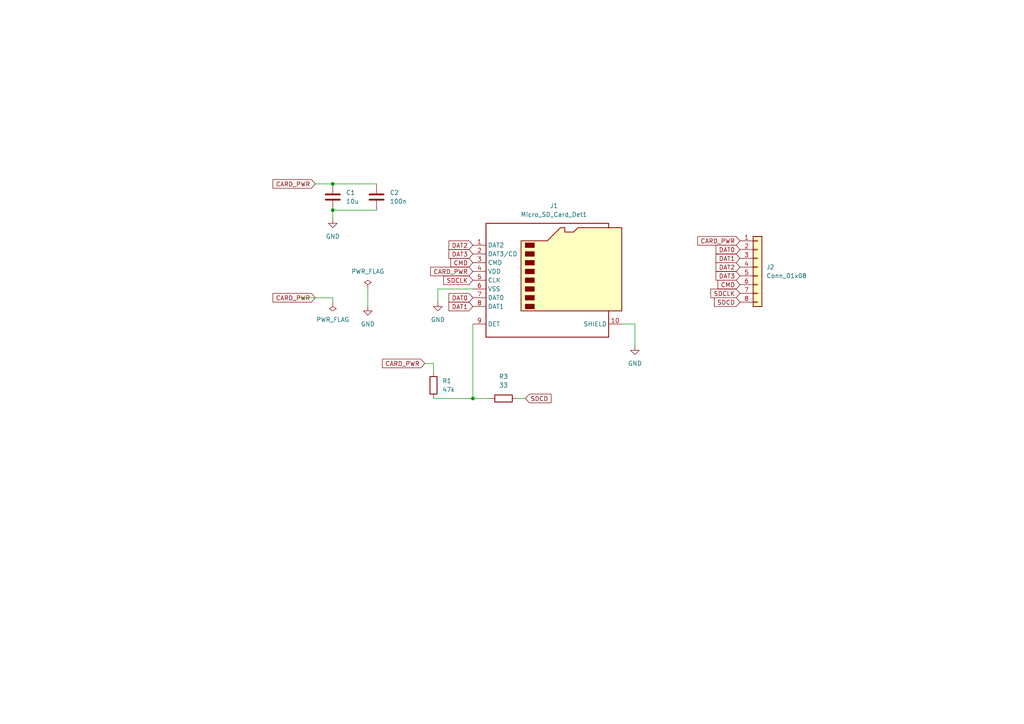
<source format=kicad_sch>
(kicad_sch (version 20231120) (generator "eeschema") (generator_version "8.0")
  (paper "A4")
  (lib_symbols
    (symbol "Connector:Micro_SD_Card_Det1"
      (property "Reference" "J" (at -16.51 17.78 0))
      (property "Value" "Micro_SD_Card_Det1" (at 16.51 17.78 0))
      (symbol "Micro_SD_Card_Det1_0_1"
        (rectangle (start -7.62 -6.985) (end -5.08 -8.255) (stroke (width 0.254)) (fill (type outline)))
        (rectangle (start -7.62 -4.445) (end -5.08 -5.715) (stroke (width 0.254)) (fill (type outline)))
        (rectangle (start -7.62 -1.905) (end -5.08 -3.175) (stroke (width 0.254)) (fill (type outline)))
        (rectangle (start -7.62 0.635) (end -5.08 -0.635) (stroke (width 0.254)) (fill (type outline)))
        (rectangle (start -7.62 3.175) (end -5.08 1.905) (stroke (width 0.254)) (fill (type outline)))
        (rectangle (start -7.62 5.715) (end -5.08 4.445) (stroke (width 0.254)) (fill (type outline)))
        (rectangle (start -7.62 8.255) (end -5.08 6.985) (stroke (width 0.254)) (fill (type outline)))
        (rectangle (start -7.62 10.795) (end -5.08 9.525) (stroke (width 0.254)) (fill (type outline)))
        (polyline (pts (xy 16.51 15.24) (xy 16.51 16.51) (xy -19.05 16.51) (xy -19.05 -16.51) (xy 16.51 -16.51) (xy 16.51 -8.89)) (stroke (width 0.254)))
        (polyline (pts (xy -8.89 -8.89) (xy -8.89 11.43) (xy -1.27 11.43) (xy 2.54 15.24) (xy 3.81 15.24) (xy 3.81 13.97) (xy 6.35 13.97) (xy 7.62 15.24) (xy 20.32 15.24) (xy 20.32 -8.89) (xy -8.89 -8.89)) (stroke (width 0.254)) (fill (type background)))
      )
      (symbol "Micro_SD_Card_Det1_1_1"
        (pin bidirectional line (at -22.86 10.16 0) (length 3.81) (name "DAT2") (number "1"))
        (pin passive line (at 20.32 -12.7 180) (length 3.81) (name "SHIELD") (number "10"))
        (pin bidirectional line (at -22.86 7.62 0) (length 3.81) (name "DAT3/CD") (number "2"))
        (pin input line (at -22.86 5.08 0) (length 3.81) (name "CMD") (number "3"))
        (pin power_in line (at -22.86 2.54 0) (length 3.81) (name "VDD") (number "4"))
        (pin input line (at -22.86 0 0) (length 3.81) (name "CLK") (number "5"))
        (pin power_in line (at -22.86 -2.54 0) (length 3.81) (name "VSS") (number "6"))
        (pin bidirectional line (at -22.86 -5.08 0) (length 3.81) (name "DAT0") (number "7"))
        (pin bidirectional line (at -22.86 -7.62 0) (length 3.81) (name "DAT1") (number "8"))
        (pin passive line (at -22.86 -12.7 0) (length 3.81) (name "DET") (number "9"))
      )
    )
    (symbol "Connector_Generic:Conn_01x08" (pin_names (offset 1.016) hide)
      (property "Reference" "J" (at 0 10.16 0))
      (property "Value" "Conn_01x08" (at 0 -12.7 0))
      (symbol "Conn_01x08_1_1"
        (rectangle (start -1.27 -10.033) (end 0 -10.287) (stroke (width 0.1524)))
        (rectangle (start -1.27 -7.493) (end 0 -7.747) (stroke (width 0.1524)))
        (rectangle (start -1.27 -4.953) (end 0 -5.207) (stroke (width 0.1524)))
        (rectangle (start -1.27 -2.413) (end 0 -2.667) (stroke (width 0.1524)))
        (rectangle (start -1.27 0.127) (end 0 -0.127) (stroke (width 0.1524)))
        (rectangle (start -1.27 2.667) (end 0 2.413) (stroke (width 0.1524)))
        (rectangle (start -1.27 5.207) (end 0 4.953) (stroke (width 0.1524)))
        (rectangle (start -1.27 7.747) (end 0 7.493) (stroke (width 0.1524)))
        (rectangle (start -1.27 8.89) (end 1.27 -11.43) (stroke (width 0.254)) (fill (type background)))
        (pin passive line (at -5.08 7.62 0) (length 3.81) (name "Pin_1") (number "1"))
        (pin passive line (at -5.08 5.08 0) (length 3.81) (name "Pin_2") (number "2"))
        (pin passive line (at -5.08 2.54 0) (length 3.81) (name "Pin_3") (number "3"))
        (pin passive line (at -5.08 0 0) (length 3.81) (name "Pin_4") (number "4"))
        (pin passive line (at -5.08 -2.54 0) (length 3.81) (name "Pin_5") (number "5"))
        (pin passive line (at -5.08 -5.08 0) (length 3.81) (name "Pin_6") (number "6"))
        (pin passive line (at -5.08 -7.62 0) (length 3.81) (name "Pin_7") (number "7"))
        (pin passive line (at -5.08 -10.16 0) (length 3.81) (name "Pin_8") (number "8"))
      )
    )
    (symbol "Device:C" (pin_numbers hide) (pin_names (offset 0.254))
      (property "Reference" "C" (at 0.635 2.54 0))
      (property "Value" "C" (at 0.635 -2.54 0))
      (symbol "C_0_1"
        (polyline (pts (xy -2.032 -0.762) (xy 2.032 -0.762)) (stroke (width 0.508)))
        (polyline (pts (xy -2.032 0.762) (xy 2.032 0.762)) (stroke (width 0.508)))
      )
      (symbol "C_1_1"
        (pin passive line (at 0 3.81 270) (length 2.794) (name "~") (number "1"))
        (pin passive line (at 0 -3.81 90) (length 2.794) (name "~") (number "2"))
      )
    )
    (symbol "Device:R" (pin_numbers hide) (pin_names (offset 0))
      (property "Reference" "R" (at 2.032 0 90))
      (property "Value" "R" (at 0 0 90))
      (symbol "R_0_1"
        (rectangle (start -1.016 -2.54) (end 1.016 2.54) (stroke (width 0.254)))
      )
      (symbol "R_1_1"
        (pin passive line (at 0 3.81 270) (length 1.27) (name "~") (number "1"))
        (pin passive line (at 0 -3.81 90) (length 1.27) (name "~") (number "2"))
      )
    )
    (symbol "power:GND" (power) (pin_numbers hide) (pin_names (offset 0) hide)
      (property "Value" "GND" (at 0 -3.81 0))
      (symbol "GND_0_1"
        (polyline (pts (xy 0 0) (xy 0 -1.27) (xy 1.27 -1.27) (xy 0 -2.54) (xy -1.27 -1.27) (xy 0 -1.27)))
      )
      (symbol "GND_1_1"
        (pin power_in line (at 0 0 270) (length 0) (name "~") (number "1"))
      )
    )
    (symbol "power:PWR_FLAG" (power) (pin_numbers hide) (pin_names (offset 0) hide)
      (property "Value" "PWR_FLAG" (at 0 3.81 0))
      (symbol "PWR_FLAG_0_0"
        (pin power_out line (at 0 0 90) (length 0) (name "~") (number "1"))
      )
      (symbol "PWR_FLAG_0_1"
        (polyline (pts (xy 0 0) (xy 0 1.27) (xy -1.016 1.905) (xy 0 2.54) (xy 1.016 1.905) (xy 0 1.27)))
      )
    )
  )
  (junction (at 96.52 60.96))
  (junction (at 96.52 53.34))
  (junction (at 137.16 115.57))
  (wire (pts (xy 137.16 115.57) (xy 142.24 115.57)))
  (wire (pts (xy 96.52 53.34) (xy 109.22 53.34)))
  (wire (pts (xy 106.68 83.82) (xy 106.68 88.9)))
  (wire (pts (xy 184.15 93.98) (xy 180.34 93.98)))
  (wire (pts (xy 125.73 115.57) (xy 137.16 115.57)))
  (wire (pts (xy 96.52 86.36) (xy 96.52 87.63)))
  (wire (pts (xy 123.19 105.41) (xy 125.73 105.41)))
  (wire (pts (xy 127 87.63) (xy 127 83.82)))
  (wire (pts (xy 127 83.82) (xy 137.16 83.82)))
  (wire (pts (xy 96.52 60.96) (xy 109.22 60.96)))
  (wire (pts (xy 86.36 86.36) (xy 96.52 86.36)))
  (wire (pts (xy 96.52 60.96) (xy 96.52 63.5)))
  (wire (pts (xy 125.73 105.41) (xy 125.73 107.95)))
  (wire (pts (xy 149.86 115.57) (xy 152.4 115.57)))
  (wire (pts (xy 137.16 115.57) (xy 137.16 93.98)))
  (wire (pts (xy 184.15 100.33) (xy 184.15 93.98)))
  (wire (pts (xy 91.44 53.34) (xy 96.52 53.34)))
  (global_label "DAT1" (shape input) (at 214.63 74.93 180) (property "Intersheetrefs" "${INTERSHEET_REFS}" (effects (hide yes))))
  (global_label "CARD_PWR" (shape input) (at 91.44 53.34 180) (property "Intersheetrefs" "${INTERSHEET_REFS}" (effects (hide yes))))
  (global_label "CARD_PWR" (shape input) (at 91.44 86.36 180) (property "Intersheetrefs" "${INTERSHEET_REFS}" (effects (hide yes))))
  (global_label "CMD" (shape input) (at 137.16 76.2 180) (property "Intersheetrefs" "${INTERSHEET_REFS}" (effects (hide yes))))
  (global_label "DAT2" (shape input) (at 137.16 71.12 180) (property "Intersheetrefs" "${INTERSHEET_REFS}" (effects (hide yes))))
  (global_label "CARD_PWR" (shape input) (at 214.63 69.85 180) (property "Intersheetrefs" "${INTERSHEET_REFS}" (effects (hide yes))))
  (global_label "SDCLK" (shape input) (at 137.16 81.28 180) (property "Intersheetrefs" "${INTERSHEET_REFS}" (effects (hide yes))))
  (global_label "SDCLK" (shape input) (at 214.63 85.09 180) (property "Intersheetrefs" "${INTERSHEET_REFS}" (effects (hide yes))))
  (global_label "CARD_PWR" (shape input) (at 123.19 105.41 180) (property "Intersheetrefs" "${INTERSHEET_REFS}" (effects (hide yes))))
  (global_label "DAT3" (shape input) (at 214.63 80.01 180) (property "Intersheetrefs" "${INTERSHEET_REFS}" (effects (hide yes))))
  (global_label "DAT3" (shape input) (at 137.16 73.66 180) (property "Intersheetrefs" "${INTERSHEET_REFS}" (effects (hide yes))))
  (global_label "CARD_PWR" (shape input) (at 137.16 78.74 180) (property "Intersheetrefs" "${INTERSHEET_REFS}" (effects (hide yes))))
  (global_label "DAT0" (shape input) (at 137.16 86.36 180) (property "Intersheetrefs" "${INTERSHEET_REFS}" (effects (hide yes))))
  (global_label "DAT2" (shape input) (at 214.63 77.47 180) (property "Intersheetrefs" "${INTERSHEET_REFS}" (effects (hide yes))))
  (global_label "CMD" (shape input) (at 214.63 82.55 180) (property "Intersheetrefs" "${INTERSHEET_REFS}" (effects (hide yes))))
  (global_label "DAT0" (shape input) (at 214.63 72.39 180) (property "Intersheetrefs" "${INTERSHEET_REFS}" (effects (hide yes))))
  (global_label "SDCD" (shape input) (at 214.63 87.63 180) (property "Intersheetrefs" "${INTERSHEET_REFS}" (effects (hide yes))))
  (global_label "DAT1" (shape input) (at 137.16 88.9 180) (property "Intersheetrefs" "${INTERSHEET_REFS}" (effects (hide yes))))
  (global_label "SDCD" (shape input) (at 152.4 115.57 0) (property "Intersheetrefs" "${INTERSHEET_REFS}" (effects (hide yes))))
  (symbol (lib_id "power:PWR_FLAG") (at 106.68 83.82 0) (unit 1)
    (property "Reference" "#FLG02" (effects (hide yes)))
    (property "Value" "PWR_FLAG" (at 106.68 78.74 0))
    (property "Description" "Special symbol for telling ERC where power comes from" (effects (hide yes)))
  )
  (symbol (lib_id "power:GND") (at 106.68 88.9 0) (unit 1)
    (property "Reference" "#PWR06" (effects (hide yes)))
    (property "Value" "GND" (at 106.68 93.98 0))
    (property "Description" "Power symbol creates a global label with name \"GND\" , ground" (effects (hide yes)))
  )
  (symbol (lib_id "power:PWR_FLAG") (at 96.52 87.63 180) (unit 1)
    (property "Reference" "#FLG01" (effects (hide yes)))
    (property "Value" "PWR_FLAG" (at 96.52 92.71 0))
    (property "Description" "Special symbol for telling ERC where power comes from" (effects (hide yes)))
  )
  (symbol (lib_id "power:GND") (at 127 87.63 0) (unit 1)
    (property "Reference" "#PWR01" (effects (hide yes)))
    (property "Value" "GND" (at 127 92.71 0))
    (property "Description" "Power symbol creates a global label with name \"GND\" , ground" (effects (hide yes)))
  )
  (symbol (lib_id "Device:R") (at 125.73 111.76 0) (unit 1)
    (property "Reference" "R1" (at 128.27 110.4899 0) (effects (justify left)))
    (property "Value" "47k" (at 128.27 113.0299 0) (effects (justify left)))
    (property "Description" "Resistor" (effects (hide yes)))
  )
  (symbol (lib_id "Device:C") (at 109.22 57.15 0) (unit 1)
    (property "Reference" "C2" (at 113.03 55.8799 0) (effects (justify left)))
    (property "Value" "100n" (at 113.03 58.4199 0) (effects (justify left)))
    (property "Description" "Unpolarized capacitor" (effects (hide yes)))
  )
  (symbol (lib_id "Connector_Generic:Conn_01x08") (at 219.71 77.47 0) (unit 1)
    (property "Reference" "J2" (at 222.25 77.4699 0) (effects (justify left)))
    (property "Value" "Conn_01x08" (at 222.25 80.0099 0) (effects (justify left)))
    (property "Description" "Generic connector, single row, 01x08, script generated (kicad-library-utils/schlib/autogen/connector/)" (effects (hide yes)))
  )
  (symbol (lib_id "Device:C") (at 96.52 57.15 0) (unit 1)
    (property "Reference" "C1" (at 100.33 55.8799 0) (effects (justify left)))
    (property "Value" "10u" (at 100.33 58.4199 0) (effects (justify left)))
    (property "Description" "Unpolarized capacitor" (effects (hide yes)))
  )
  (symbol (lib_id "power:GND") (at 96.52 63.5 0) (unit 1)
    (property "Reference" "#PWR04" (effects (hide yes)))
    (property "Value" "GND" (at 96.52 68.58 0))
    (property "Description" "Power symbol creates a global label with name \"GND\" , ground" (effects (hide yes)))
  )
  (symbol (lib_id "Device:R") (at 146.05 115.57 90) (unit 1)
    (property "Reference" "R3" (at 146.05 109.22 90))
    (property "Value" "33" (at 146.05 111.76 90))
    (property "Description" "Resistor" (effects (hide yes)))
  )
  (symbol (lib_id "Connector:Micro_SD_Card_Det1") (at 160.02 81.28 0) (unit 1)
    (property "Reference" "J1" (at 160.655 59.69 0))
    (property "Value" "Micro_SD_Card_Det1" (at 160.655 62.23 0))
    (property "Datasheet" "https://datasheet.lcsc.com/lcsc/2110151630_XKB-Connectivity-XKTF-015-N_C381082.pdf" (effects (hide yes)))
    (property "Description" "Micro SD Card Socket with one card detection pin" (effects (hide yes)))
  )
  (symbol (lib_id "power:GND") (at 184.15 100.33 0) (unit 1)
    (property "Reference" "#PWR03" (effects (hide yes)))
    (property "Value" "GND" (at 184.15 105.41 0))
    (property "Description" "Power symbol creates a global label with name \"GND\" , ground" (effects (hide yes)))
  )
)
</source>
